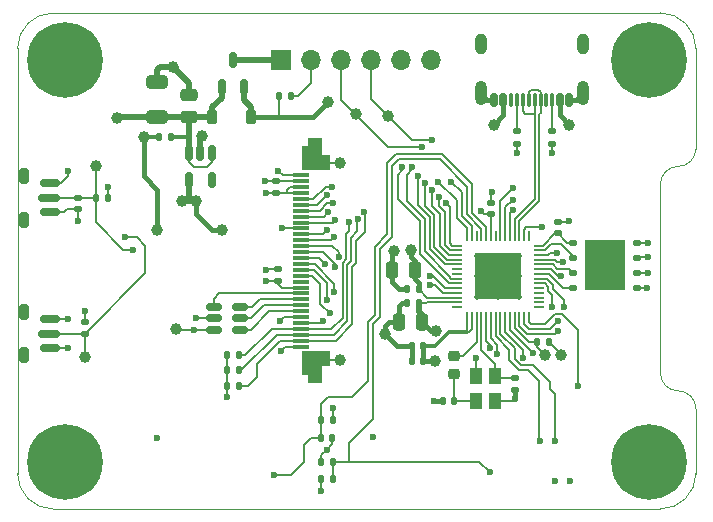
<source format=gbr>
%TF.GenerationSoftware,KiCad,Pcbnew,8.0.1-rc1*%
%TF.CreationDate,2024-04-16T22:30:49-06:00*%
%TF.ProjectId,bitaxe-ESP-OLED,62697461-7865-42d4-9553-502d4f4c4544,rev?*%
%TF.SameCoordinates,Original*%
%TF.FileFunction,Copper,L4,Bot*%
%TF.FilePolarity,Positive*%
%FSLAX46Y46*%
G04 Gerber Fmt 4.6, Leading zero omitted, Abs format (unit mm)*
G04 Created by KiCad (PCBNEW 8.0.1-rc1) date 2024-04-16 22:30:49*
%MOMM*%
%LPD*%
G01*
G04 APERTURE LIST*
G04 Aperture macros list*
%AMRoundRect*
0 Rectangle with rounded corners*
0 $1 Rounding radius*
0 $2 $3 $4 $5 $6 $7 $8 $9 X,Y pos of 4 corners*
0 Add a 4 corners polygon primitive as box body*
4,1,4,$2,$3,$4,$5,$6,$7,$8,$9,$2,$3,0*
0 Add four circle primitives for the rounded corners*
1,1,$1+$1,$2,$3*
1,1,$1+$1,$4,$5*
1,1,$1+$1,$6,$7*
1,1,$1+$1,$8,$9*
0 Add four rect primitives between the rounded corners*
20,1,$1+$1,$2,$3,$4,$5,0*
20,1,$1+$1,$4,$5,$6,$7,0*
20,1,$1+$1,$6,$7,$8,$9,0*
20,1,$1+$1,$8,$9,$2,$3,0*%
%AMFreePoly0*
4,1,21,0.978536,1.503536,0.980000,1.500000,0.980000,-0.800000,0.978536,-0.803536,0.975000,-0.805000,-0.975000,-0.805000,-0.978536,-0.803536,-0.980000,-0.800000,-0.980000,-0.305000,-1.675000,-0.305000,-1.678536,-0.303536,-1.680000,-0.300000,-1.680000,0.800000,-1.678536,0.803536,-1.675000,0.805000,-0.280000,0.805000,-0.280000,1.500000,-0.278536,1.503536,-0.275000,1.505000,0.975000,1.505000,
0.978536,1.503536,0.978536,1.503536,$1*%
%AMFreePoly1*
4,1,21,0.278536,1.503536,0.280000,1.500000,0.280000,0.805000,1.675000,0.805000,1.678536,0.803536,1.680000,0.800000,1.680000,-0.300000,1.678536,-0.303536,1.675000,-0.305000,0.980000,-0.305000,0.980000,-0.800000,0.978536,-0.803536,0.975000,-0.805000,-0.975000,-0.805000,-0.978536,-0.803536,-0.980000,-0.800000,-0.980000,1.500000,-0.978536,1.503536,-0.975000,1.505000,0.275000,1.505000,
0.278536,1.503536,0.278536,1.503536,$1*%
G04 Aperture macros list end*
%TA.AperFunction,SMDPad,CuDef*%
%ADD10C,1.000000*%
%TD*%
%TA.AperFunction,ComponentPad*%
%ADD11C,0.800000*%
%TD*%
%TA.AperFunction,ComponentPad*%
%ADD12C,6.400000*%
%TD*%
%TA.AperFunction,SMDPad,CuDef*%
%ADD13RoundRect,0.250000X0.475000X-0.250000X0.475000X0.250000X-0.475000X0.250000X-0.475000X-0.250000X0*%
%TD*%
%TA.AperFunction,SMDPad,CuDef*%
%ADD14R,1.400000X0.300000*%
%TD*%
%TA.AperFunction,SMDPad,CuDef*%
%ADD15FreePoly0,270.000000*%
%TD*%
%TA.AperFunction,SMDPad,CuDef*%
%ADD16FreePoly1,270.000000*%
%TD*%
%TA.AperFunction,SMDPad,CuDef*%
%ADD17RoundRect,0.135000X-0.185000X0.135000X-0.185000X-0.135000X0.185000X-0.135000X0.185000X0.135000X0*%
%TD*%
%TA.AperFunction,SMDPad,CuDef*%
%ADD18RoundRect,0.135000X-0.135000X-0.185000X0.135000X-0.185000X0.135000X0.185000X-0.135000X0.185000X0*%
%TD*%
%TA.AperFunction,SMDPad,CuDef*%
%ADD19RoundRect,0.250000X0.250000X0.475000X-0.250000X0.475000X-0.250000X-0.475000X0.250000X-0.475000X0*%
%TD*%
%TA.AperFunction,SMDPad,CuDef*%
%ADD20R,1.100000X1.400000*%
%TD*%
%TA.AperFunction,SMDPad,CuDef*%
%ADD21RoundRect,0.200000X0.200000X-0.450000X0.200000X0.450000X-0.200000X0.450000X-0.200000X-0.450000X0*%
%TD*%
%TA.AperFunction,SMDPad,CuDef*%
%ADD22O,1.750000X0.740000*%
%TD*%
%TA.AperFunction,SMDPad,CuDef*%
%ADD23RoundRect,0.150000X0.750000X-0.150000X0.750000X0.150000X-0.750000X0.150000X-0.750000X-0.150000X0*%
%TD*%
%TA.AperFunction,SMDPad,CuDef*%
%ADD24RoundRect,0.140000X-0.170000X0.140000X-0.170000X-0.140000X0.170000X-0.140000X0.170000X0.140000X0*%
%TD*%
%TA.AperFunction,SMDPad,CuDef*%
%ADD25RoundRect,0.140000X0.170000X-0.140000X0.170000X0.140000X-0.170000X0.140000X-0.170000X-0.140000X0*%
%TD*%
%TA.AperFunction,SMDPad,CuDef*%
%ADD26RoundRect,0.150000X-0.150000X-0.425000X0.150000X-0.425000X0.150000X0.425000X-0.150000X0.425000X0*%
%TD*%
%TA.AperFunction,SMDPad,CuDef*%
%ADD27RoundRect,0.075000X-0.075000X-0.500000X0.075000X-0.500000X0.075000X0.500000X-0.075000X0.500000X0*%
%TD*%
%TA.AperFunction,ComponentPad*%
%ADD28O,1.000000X1.800000*%
%TD*%
%TA.AperFunction,ComponentPad*%
%ADD29O,1.000000X2.100000*%
%TD*%
%TA.AperFunction,SMDPad,CuDef*%
%ADD30RoundRect,0.150000X-0.150000X0.512500X-0.150000X-0.512500X0.150000X-0.512500X0.150000X0.512500X0*%
%TD*%
%TA.AperFunction,SMDPad,CuDef*%
%ADD31RoundRect,0.135000X0.135000X0.185000X-0.135000X0.185000X-0.135000X-0.185000X0.135000X-0.185000X0*%
%TD*%
%TA.AperFunction,SMDPad,CuDef*%
%ADD32RoundRect,0.050000X-0.350000X-0.050000X0.350000X-0.050000X0.350000X0.050000X-0.350000X0.050000X0*%
%TD*%
%TA.AperFunction,SMDPad,CuDef*%
%ADD33RoundRect,0.050000X-0.050000X-0.350000X0.050000X-0.350000X0.050000X0.350000X-0.050000X0.350000X0*%
%TD*%
%TA.AperFunction,HeatsinkPad*%
%ADD34C,0.500000*%
%TD*%
%TA.AperFunction,HeatsinkPad*%
%ADD35R,4.000000X4.000000*%
%TD*%
%TA.AperFunction,SMDPad,CuDef*%
%ADD36RoundRect,0.150000X0.150000X-0.512500X0.150000X0.512500X-0.150000X0.512500X-0.150000X-0.512500X0*%
%TD*%
%TA.AperFunction,SMDPad,CuDef*%
%ADD37RoundRect,0.125000X0.250000X0.125000X-0.250000X0.125000X-0.250000X-0.125000X0.250000X-0.125000X0*%
%TD*%
%TA.AperFunction,HeatsinkPad*%
%ADD38R,3.400000X4.300000*%
%TD*%
%TA.AperFunction,SMDPad,CuDef*%
%ADD39RoundRect,0.218750X0.256250X-0.218750X0.256250X0.218750X-0.256250X0.218750X-0.256250X-0.218750X0*%
%TD*%
%TA.AperFunction,SMDPad,CuDef*%
%ADD40RoundRect,0.140000X0.140000X0.170000X-0.140000X0.170000X-0.140000X-0.170000X0.140000X-0.170000X0*%
%TD*%
%TA.AperFunction,SMDPad,CuDef*%
%ADD41RoundRect,0.225000X-0.225000X-0.375000X0.225000X-0.375000X0.225000X0.375000X-0.225000X0.375000X0*%
%TD*%
%TA.AperFunction,SMDPad,CuDef*%
%ADD42RoundRect,0.140000X-0.140000X-0.170000X0.140000X-0.170000X0.140000X0.170000X-0.140000X0.170000X0*%
%TD*%
%TA.AperFunction,SMDPad,CuDef*%
%ADD43RoundRect,0.250000X0.650000X-0.325000X0.650000X0.325000X-0.650000X0.325000X-0.650000X-0.325000X0*%
%TD*%
%TA.AperFunction,ComponentPad*%
%ADD44R,1.700000X1.700000*%
%TD*%
%TA.AperFunction,ComponentPad*%
%ADD45O,1.700000X1.700000*%
%TD*%
%TA.AperFunction,SMDPad,CuDef*%
%ADD46RoundRect,0.150000X-0.512500X-0.150000X0.512500X-0.150000X0.512500X0.150000X-0.512500X0.150000X0*%
%TD*%
%TA.AperFunction,ViaPad*%
%ADD47C,0.600000*%
%TD*%
%TA.AperFunction,ViaPad*%
%ADD48C,1.000000*%
%TD*%
%TA.AperFunction,Conductor*%
%ADD49C,0.500000*%
%TD*%
%TA.AperFunction,Conductor*%
%ADD50C,0.200000*%
%TD*%
%TA.AperFunction,Conductor*%
%ADD51C,0.400000*%
%TD*%
%TA.AperFunction,Conductor*%
%ADD52C,0.300000*%
%TD*%
%TA.AperFunction,Profile*%
%ADD53C,0.100000*%
%TD*%
G04 APERTURE END LIST*
D10*
%TO.P,TP13,1,1*%
%TO.N,/LCD_BLK*%
X142950000Y-88800000D03*
%TD*%
%TO.P,TP8,1,1*%
%TO.N,/3V3*%
X146900000Y-80400000D03*
%TD*%
%TO.P,TP11,1,1*%
%TO.N,/+5V*%
X137950000Y-70900000D03*
%TD*%
%TO.P,TP10,1,1*%
%TO.N,GND*%
X141400000Y-80350000D03*
%TD*%
%TO.P,TP9,1,1*%
%TO.N,/GPIO0*%
X135250000Y-91100000D03*
%TD*%
%TO.P,TP5,1,1*%
%TO.N,/RESET*%
X136200000Y-74950000D03*
%TD*%
%TO.P,TP2,1,1*%
%TO.N,/BAP_RX*%
X160900000Y-70700000D03*
%TD*%
%TO.P,TP1,1,1*%
%TO.N,/BAP_TX*%
X158200000Y-70600000D03*
%TD*%
D11*
%TO.P,H1,1*%
%TO.N,N/C*%
X131173000Y-66000000D03*
X131875944Y-64302944D03*
X131875944Y-67697056D03*
X133573000Y-63600000D03*
D12*
X133573000Y-66000000D03*
D11*
X133573000Y-68400000D03*
X135270056Y-64302944D03*
X135270056Y-67697056D03*
X135973000Y-66000000D03*
%TD*%
%TO.P,H3,1*%
%TO.N,N/C*%
X131173000Y-100000000D03*
X131875944Y-98302944D03*
X131875944Y-101697056D03*
X133573000Y-97600000D03*
D12*
X133573000Y-100000000D03*
D11*
X133573000Y-102400000D03*
X135270056Y-98302944D03*
X135270056Y-101697056D03*
X135973000Y-100000000D03*
%TD*%
%TO.P,H2,1*%
%TO.N,N/C*%
X180600000Y-66000000D03*
X181302944Y-64302944D03*
X181302944Y-67697056D03*
X183000000Y-63600000D03*
D12*
X183000000Y-66000000D03*
D11*
X183000000Y-68400000D03*
X184697056Y-64302944D03*
X184697056Y-67697056D03*
X185400000Y-66000000D03*
%TD*%
%TO.P,H4,1*%
%TO.N,N/C*%
X180600000Y-100000000D03*
X181302944Y-98302944D03*
X181302944Y-101697056D03*
X183000000Y-97600000D03*
D12*
X183000000Y-100000000D03*
D11*
X183000000Y-102400000D03*
X184697056Y-98302944D03*
X184697056Y-101697056D03*
X185400000Y-100000000D03*
%TD*%
D13*
%TO.P,C15,1*%
%TO.N,/+5V*%
X144050000Y-70850000D03*
%TO.P,C15,2*%
%TO.N,GND*%
X144050000Y-68950000D03*
%TD*%
D14*
%TO.P,J4,1,1*%
%TO.N,GND*%
X153600000Y-75750000D03*
%TO.P,J4,2,2*%
%TO.N,/3V3*%
X153600000Y-76250000D03*
%TO.P,J4,3,3*%
%TO.N,GND*%
X153600000Y-76750000D03*
%TO.P,J4,4,4*%
X153600000Y-77250000D03*
%TO.P,J4,5,5*%
%TO.N,/LCD_RES*%
X153600000Y-77750000D03*
%TO.P,J4,6,6*%
%TO.N,/LCD_CS*%
X153600000Y-78250000D03*
%TO.P,J4,7,7*%
%TO.N,/LCD_DC*%
X153600000Y-78750000D03*
%TO.P,J4,8,8*%
%TO.N,/LCD_WR*%
X153600000Y-79250000D03*
%TO.P,J4,9,9*%
%TO.N,/LCD_RD*%
X153600000Y-79750000D03*
%TO.P,J4,10,10*%
%TO.N,GND*%
X153600000Y-80250000D03*
%TO.P,J4,11,11*%
%TO.N,/LCD_D0*%
X153600000Y-80750000D03*
%TO.P,J4,12,12*%
%TO.N,/LCD_D1*%
X153600000Y-81250000D03*
%TO.P,J4,13,13*%
%TO.N,/LCD_D2*%
X153600000Y-81750000D03*
%TO.P,J4,14,14*%
%TO.N,/LCD_D3*%
X153600000Y-82250000D03*
%TO.P,J4,15,15*%
%TO.N,/LCD_D4*%
X153600000Y-82750000D03*
%TO.P,J4,16,16*%
%TO.N,/LCD_D5*%
X153600000Y-83250000D03*
%TO.P,J4,17,17*%
%TO.N,/LCD_D6*%
X153600000Y-83750000D03*
%TO.P,J4,18,18*%
%TO.N,/LCD_D7*%
X153600000Y-84250000D03*
%TO.P,J4,19,19*%
%TO.N,unconnected-(J4-Pad19)*%
X153600000Y-84750000D03*
%TO.P,J4,20,20*%
%TO.N,/3V3*%
X153600000Y-85250000D03*
%TO.P,J4,21,21*%
%TO.N,/LEDK4*%
X153600000Y-85750000D03*
%TO.P,J4,22,22*%
%TO.N,/LEDK3*%
X153600000Y-86250000D03*
%TO.P,J4,23,23*%
%TO.N,/LEDK2*%
X153600000Y-86750000D03*
%TO.P,J4,24,24*%
%TO.N,/LEDK1*%
X153600000Y-87250000D03*
%TO.P,J4,25,25*%
%TO.N,GND*%
X153600000Y-87750000D03*
%TO.P,J4,26,26*%
%TO.N,/TP_RESET*%
X153600000Y-88250000D03*
%TO.P,J4,27,27*%
%TO.N,/I2C_SCL*%
X153600000Y-88750000D03*
%TO.P,J4,28,28*%
%TO.N,/I2C_SCK*%
X153600000Y-89250000D03*
%TO.P,J4,29,29*%
%TO.N,/TP_INT*%
X153600000Y-89750000D03*
%TO.P,J4,30,30*%
%TO.N,GND*%
X153600000Y-90250000D03*
D15*
%TO.P,J4,SH1,Shield*%
X154500000Y-74325000D03*
D16*
%TO.P,J4,SH2,Shield*%
X154500000Y-91675000D03*
%TD*%
D17*
%TO.P,R6,1*%
%TO.N,Net-(J2-CC2)*%
X174850000Y-72040000D03*
%TO.P,R6,2*%
%TO.N,GND*%
X174850000Y-73060000D03*
%TD*%
%TO.P,R5,1*%
%TO.N,Net-(J2-CC1)*%
X171850000Y-72040000D03*
%TO.P,R5,2*%
%TO.N,GND*%
X171850000Y-73060000D03*
%TD*%
D18*
%TO.P,R10,1*%
%TO.N,/3V3*%
X147290000Y-93550000D03*
%TO.P,R10,2*%
%TO.N,/TP_INT*%
X148310000Y-93550000D03*
%TD*%
D19*
%TO.P,C4,1*%
%TO.N,/3V3*%
X163800000Y-88200000D03*
%TO.P,C4,2*%
%TO.N,GND*%
X161900000Y-88200000D03*
%TD*%
D20*
%TO.P,Y1,1,1*%
%TO.N,/XTAL_N*%
X170000000Y-92700000D03*
%TO.P,Y1,2,2*%
%TO.N,GND*%
X170000000Y-94900000D03*
%TO.P,Y1,3,3*%
%TO.N,Net-(C8-Pad2)*%
X168400000Y-94900000D03*
%TO.P,Y1,4,4*%
%TO.N,GND*%
X168400000Y-92700000D03*
%TD*%
D21*
%TO.P,SW3,*%
%TO.N,*%
X130150000Y-91000000D03*
X130150000Y-87300000D03*
D22*
%TO.P,SW3,1*%
%TO.N,GND*%
X132350000Y-90380000D03*
X132350000Y-87920000D03*
D23*
%TO.P,SW3,2*%
%TO.N,/GPIO0*%
X132250000Y-89150000D03*
%TD*%
D24*
%TO.P,C1,1*%
%TO.N,/RESET*%
X134700000Y-77670000D03*
%TO.P,C1,2*%
%TO.N,GND*%
X134700000Y-78630000D03*
%TD*%
D25*
%TO.P,C7,1*%
%TO.N,GND*%
X171650000Y-93900000D03*
%TO.P,C7,2*%
%TO.N,/XTAL_N*%
X171650000Y-92940000D03*
%TD*%
D26*
%TO.P,J2,A1,GND*%
%TO.N,GND*%
X169900000Y-69380000D03*
%TO.P,J2,A4,VBUS*%
%TO.N,/VBUS*%
X170700000Y-69380000D03*
D27*
%TO.P,J2,A5,CC1*%
%TO.N,Net-(J2-CC1)*%
X171850000Y-69380000D03*
%TO.P,J2,A6,D+*%
%TO.N,/USB_DP*%
X172850000Y-69380000D03*
%TO.P,J2,A7,D-*%
%TO.N,/USB_DM*%
X173350000Y-69380000D03*
%TO.P,J2,A8,SBU1*%
%TO.N,unconnected-(J2-SBU1-PadA8)*%
X174350000Y-69380000D03*
D26*
%TO.P,J2,A9,VBUS*%
%TO.N,/VBUS*%
X175500000Y-69380000D03*
%TO.P,J2,A12,GND*%
%TO.N,GND*%
X176300000Y-69380000D03*
%TO.P,J2,B1,GND*%
X176300000Y-69380000D03*
%TO.P,J2,B4,VBUS*%
%TO.N,/VBUS*%
X175500000Y-69380000D03*
D27*
%TO.P,J2,B5,CC2*%
%TO.N,Net-(J2-CC2)*%
X174850000Y-69380000D03*
%TO.P,J2,B6,D+*%
%TO.N,/USB_DP*%
X173850000Y-69380000D03*
%TO.P,J2,B7,D-*%
%TO.N,/USB_DM*%
X172350000Y-69380000D03*
%TO.P,J2,B8,SBU2*%
%TO.N,unconnected-(J2-SBU2-PadB8)*%
X171350000Y-69380000D03*
D26*
%TO.P,J2,B9,VBUS*%
%TO.N,/VBUS*%
X170700000Y-69380000D03*
%TO.P,J2,B12,GND*%
%TO.N,GND*%
X169900000Y-69380000D03*
D28*
%TO.P,J2,S1,SHIELD*%
X168780000Y-64625000D03*
D29*
X168780000Y-68805000D03*
D28*
X177420000Y-64625000D03*
D29*
X177420000Y-68805000D03*
%TD*%
D30*
%TO.P,U1,1,VIN*%
%TO.N,/+5V*%
X144100000Y-73862500D03*
%TO.P,U1,2,GND*%
%TO.N,GND*%
X145050000Y-73862500D03*
%TO.P,U1,3,EN*%
%TO.N,/+5V*%
X146000000Y-73862500D03*
%TO.P,U1,4,NC*%
%TO.N,unconnected-(U1-NC-Pad4)*%
X146000000Y-76137500D03*
%TO.P,U1,5,VOUT*%
%TO.N,/3V3*%
X144100000Y-76137500D03*
%TD*%
D31*
%TO.P,R1,1*%
%TO.N,/3V3*%
X137210000Y-77650000D03*
%TO.P,R1,2*%
%TO.N,/RESET*%
X136190000Y-77650000D03*
%TD*%
D32*
%TO.P,U2,1,LNA_IN*%
%TO.N,unconnected-(U2-LNA_IN-Pad1)*%
X166800000Y-86900000D03*
%TO.P,U2,2,VDD3P3*%
%TO.N,/3V3*%
X166800000Y-86500000D03*
%TO.P,U2,3,VDD3P3*%
X166800000Y-86100000D03*
%TO.P,U2,4,CHIP_PU*%
%TO.N,/RESET*%
X166800000Y-85700000D03*
%TO.P,U2,5,GPIO0*%
%TO.N,/GPIO0*%
X166800000Y-85300000D03*
%TO.P,U2,6,GPIO1*%
%TO.N,/GPIO1*%
X166800000Y-84900000D03*
%TO.P,U2,7,GPIO2*%
%TO.N,/GPIO2*%
X166800000Y-84500000D03*
%TO.P,U2,8,GPIO3*%
%TO.N,unconnected-(U2-GPIO3-Pad8)*%
X166800000Y-84100000D03*
%TO.P,U2,9,GPIO4*%
%TO.N,unconnected-(U2-GPIO4-Pad9)*%
X166800000Y-83700000D03*
%TO.P,U2,10,GPIO5*%
%TO.N,/LCD_RES*%
X166800000Y-83300000D03*
%TO.P,U2,11,GPIO6*%
%TO.N,/LCD_CS*%
X166800000Y-82900000D03*
%TO.P,U2,12,GPIO7*%
%TO.N,/LCD_DC*%
X166800000Y-82500000D03*
%TO.P,U2,13,GPIO8*%
%TO.N,/LCD_WR*%
X166800000Y-82100000D03*
%TO.P,U2,14,GPIO9*%
%TO.N,/LCD_RD*%
X166800000Y-81700000D03*
D33*
%TO.P,U2,15,GPIO10*%
%TO.N,/BAP_TX*%
X167650000Y-80850000D03*
%TO.P,U2,16,GPIO11*%
%TO.N,/BAP_RX*%
X168050000Y-80850000D03*
%TO.P,U2,17,GPIO12*%
%TO.N,unconnected-(U2-GPIO12-Pad17)*%
X168450000Y-80850000D03*
%TO.P,U2,18,GPIO13*%
%TO.N,/UI2*%
X168850000Y-80850000D03*
%TO.P,U2,19,GPIO14*%
%TO.N,/UI1*%
X169250000Y-80850000D03*
%TO.P,U2,20,VDD3P3*%
%TO.N,/3V3*%
X169650000Y-80850000D03*
%TO.P,U2,21,XTAL_32K_P*%
%TO.N,/LCD_EN*%
X170050000Y-80850000D03*
%TO.P,U2,22,XTAL_32K_N*%
%TO.N,/TP_INT*%
X170450000Y-80850000D03*
%TO.P,U2,23,GPIO17*%
%TO.N,/I2C_SCK*%
X170850000Y-80850000D03*
%TO.P,U2,24,GPIO18*%
%TO.N,/I2C_SCL*%
X171250000Y-80850000D03*
%TO.P,U2,25,GPIO19/USB_DM*%
%TO.N,/USB_DM*%
X171650000Y-80850000D03*
%TO.P,U2,26,GPIO20/USB_DP*%
%TO.N,/USB_DP*%
X172050000Y-80850000D03*
%TO.P,U2,27,GPIO21*%
%TO.N,/TP_RESET*%
X172450000Y-80850000D03*
%TO.P,U2,28,SPICS1*%
%TO.N,unconnected-(U2-SPICS1-Pad28)*%
X172850000Y-80850000D03*
D32*
%TO.P,U2,29,VDD_SPI*%
%TO.N,/VDD_SPI*%
X173700000Y-81700000D03*
%TO.P,U2,30,SPIHD*%
%TO.N,/SPI_HD*%
X173700000Y-82100000D03*
%TO.P,U2,31,SPIWP*%
%TO.N,/SPI_WP*%
X173700000Y-82500000D03*
%TO.P,U2,32,SPICS0*%
%TO.N,/SPI_CS*%
X173700000Y-82900000D03*
%TO.P,U2,33,SPICLK*%
%TO.N,/SPI_CLK*%
X173700000Y-83300000D03*
%TO.P,U2,34,SPIQ*%
%TO.N,/SPI_Q*%
X173700000Y-83700000D03*
%TO.P,U2,35,SPID*%
%TO.N,/SPI_D*%
X173700000Y-84100000D03*
%TO.P,U2,36,SPICLK_N*%
%TO.N,/LCD_D7*%
X173700000Y-84500000D03*
%TO.P,U2,37,SPILCK_P*%
%TO.N,/LCD_D6*%
X173700000Y-84900000D03*
%TO.P,U2,38,GPIO33*%
%TO.N,unconnected-(U2-GPIO33-Pad38)*%
X173700000Y-85300000D03*
%TO.P,U2,39,GPIO34*%
%TO.N,unconnected-(U2-GPIO34-Pad39)*%
X173700000Y-85700000D03*
%TO.P,U2,40,GPIO35*%
%TO.N,unconnected-(U2-GPIO35-Pad40)*%
X173700000Y-86100000D03*
%TO.P,U2,41,GPIO36*%
%TO.N,unconnected-(U2-GPIO36-Pad41)*%
X173700000Y-86500000D03*
%TO.P,U2,42,GPIO37*%
%TO.N,unconnected-(U2-GPIO37-Pad42)*%
X173700000Y-86900000D03*
D33*
%TO.P,U2,43,GPIO38*%
%TO.N,/LCD_BLK*%
X172850000Y-87750000D03*
%TO.P,U2,44,MTLK*%
%TO.N,/LCD_D0*%
X172450000Y-87750000D03*
%TO.P,U2,45,MTDO*%
%TO.N,/LCD_D1*%
X172050000Y-87750000D03*
%TO.P,U2,46,VDD3P3_CPU*%
%TO.N,/3V3*%
X171650000Y-87750000D03*
%TO.P,U2,47,MTDI*%
%TO.N,/LCD_D2*%
X171250000Y-87750000D03*
%TO.P,U2,48,MTMS*%
%TO.N,/LCD_D3*%
X170850000Y-87750000D03*
%TO.P,U2,49,GPIO43/U0TXD*%
%TO.N,/P_TX*%
X170450000Y-87750000D03*
%TO.P,U2,50,GPIO44/U0RXD*%
%TO.N,/P_RX*%
X170050000Y-87750000D03*
%TO.P,U2,51,GPIO45*%
%TO.N,/LCD_D4*%
X169650000Y-87750000D03*
%TO.P,U2,52,GPIO46*%
%TO.N,/LCD_D5*%
X169250000Y-87750000D03*
%TO.P,U2,53,XTAL_N*%
%TO.N,/XTAL_N*%
X168850000Y-87750000D03*
%TO.P,U2,54,XTAL_P*%
%TO.N,/XTAL_P*%
X168450000Y-87750000D03*
%TO.P,U2,55,VDDA*%
%TO.N,/3V3*%
X168050000Y-87750000D03*
%TO.P,U2,56,VDDA*%
X167650000Y-87750000D03*
D34*
%TO.P,U2,57,PAD*%
%TO.N,GND*%
X168500000Y-82550000D03*
X168500000Y-84300000D03*
X168500000Y-86050000D03*
X170250000Y-82550000D03*
X170250000Y-84300000D03*
D35*
X170250000Y-84300000D03*
D34*
X170250000Y-86050000D03*
X172000000Y-82550000D03*
X172000000Y-84300000D03*
X172000000Y-86050000D03*
%TD*%
D36*
%TO.P,Q1,1,G*%
%TO.N,/VBUS*%
X148750000Y-68287500D03*
%TO.P,Q1,2,S*%
%TO.N,/+5V*%
X146850000Y-68287500D03*
%TO.P,Q1,3,D*%
%TO.N,/5V_BAP*%
X147800000Y-66012500D03*
%TD*%
D19*
%TO.P,C9,1*%
%TO.N,/3V3*%
X163200000Y-83800000D03*
%TO.P,C9,2*%
%TO.N,GND*%
X161300000Y-83800000D03*
%TD*%
D18*
%TO.P,R9,1*%
%TO.N,/3V3*%
X147290000Y-92250000D03*
%TO.P,R9,2*%
%TO.N,/I2C_SCK*%
X148310000Y-92250000D03*
%TD*%
D24*
%TO.P,C18,1*%
%TO.N,GND*%
X151650000Y-83720000D03*
%TO.P,C18,2*%
%TO.N,/3V3*%
X151650000Y-84680000D03*
%TD*%
D37*
%TO.P,U4,1,CS_N*%
%TO.N,/SPI_CS*%
X182000000Y-81450000D03*
%TO.P,U4,2,DO*%
%TO.N,/SPI_Q*%
X182000000Y-82720000D03*
%TO.P,U4,3,WP_N*%
%TO.N,/SPI_WP*%
X182000000Y-83990000D03*
%TO.P,U4,4,GND*%
%TO.N,GND*%
X182000000Y-85260000D03*
%TO.P,U4,5,DI*%
%TO.N,/SPI_D*%
X176600000Y-85260000D03*
%TO.P,U4,6,CLK*%
%TO.N,/SPI_CLK*%
X176600000Y-83990000D03*
%TO.P,U4,7,HOLD*%
%TO.N,/SPI_HD*%
X176600000Y-82720000D03*
%TO.P,U4,8,VCC*%
%TO.N,/VDD_SPI*%
X176600000Y-81450000D03*
D38*
%TO.P,U4,9*%
%TO.N,N/C*%
X179300000Y-83355000D03*
%TD*%
D18*
%TO.P,R4,1*%
%TO.N,/3V3*%
X155240000Y-101450000D03*
%TO.P,R4,2*%
%TO.N,/UI2*%
X156260000Y-101450000D03*
%TD*%
D39*
%TO.P,L1,1,1*%
%TO.N,Net-(C8-Pad2)*%
X166550000Y-92587500D03*
%TO.P,L1,2,2*%
%TO.N,/XTAL_P*%
X166550000Y-91012500D03*
%TD*%
D25*
%TO.P,C6,1*%
%TO.N,/3V3*%
X169650000Y-79030000D03*
%TO.P,C6,2*%
%TO.N,GND*%
X169650000Y-78070000D03*
%TD*%
D17*
%TO.P,R3,1*%
%TO.N,/3V3*%
X135250000Y-88140000D03*
%TO.P,R3,2*%
%TO.N,/GPIO0*%
X135250000Y-89160000D03*
%TD*%
D40*
%TO.P,C16,1*%
%TO.N,/+5V*%
X142530000Y-72500000D03*
%TO.P,C16,2*%
%TO.N,GND*%
X141570000Y-72500000D03*
%TD*%
D41*
%TO.P,D1,1,K*%
%TO.N,/+5V*%
X146050000Y-70850000D03*
%TO.P,D1,2,A*%
%TO.N,/VBUS*%
X149350000Y-70850000D03*
%TD*%
D40*
%TO.P,C13,1*%
%TO.N,/3V3*%
X163930000Y-91450000D03*
%TO.P,C13,2*%
%TO.N,GND*%
X162970000Y-91450000D03*
%TD*%
%TO.P,C11,1*%
%TO.N,/3V3*%
X163930000Y-90200000D03*
%TO.P,C11,2*%
%TO.N,GND*%
X162970000Y-90200000D03*
%TD*%
%TO.P,C5,1*%
%TO.N,/3V3*%
X163530000Y-86550000D03*
%TO.P,C5,2*%
%TO.N,GND*%
X162570000Y-86550000D03*
%TD*%
%TO.P,C10,1*%
%TO.N,GND*%
X174530000Y-89850000D03*
%TO.P,C10,2*%
%TO.N,/3V3*%
X173570000Y-89850000D03*
%TD*%
D31*
%TO.P,R2,1*%
%TO.N,/3V3*%
X156260000Y-96500000D03*
%TO.P,R2,2*%
%TO.N,/UI1*%
X155240000Y-96500000D03*
%TD*%
D42*
%TO.P,C2,1*%
%TO.N,/UI1*%
X155250000Y-98000000D03*
%TO.P,C2,2*%
%TO.N,GND*%
X156210000Y-98000000D03*
%TD*%
%TO.P,C8,1*%
%TO.N,GND*%
X165570000Y-94900000D03*
%TO.P,C8,2*%
%TO.N,Net-(C8-Pad2)*%
X166530000Y-94900000D03*
%TD*%
D18*
%TO.P,R7,1*%
%TO.N,/VBUS*%
X151690000Y-69050000D03*
%TO.P,R7,2*%
%TO.N,GND*%
X152710000Y-69050000D03*
%TD*%
D40*
%TO.P,C3,1*%
%TO.N,/UI2*%
X156250000Y-100000000D03*
%TO.P,C3,2*%
%TO.N,GND*%
X155290000Y-100000000D03*
%TD*%
D21*
%TO.P,SW1,*%
%TO.N,*%
X130100000Y-79500000D03*
X130100000Y-75800000D03*
D22*
%TO.P,SW1,1*%
%TO.N,GND*%
X132300000Y-78880000D03*
X132300000Y-76420000D03*
D23*
%TO.P,SW1,2*%
%TO.N,/RESET*%
X132200000Y-77650000D03*
%TD*%
D43*
%TO.P,C14,1*%
%TO.N,/+5V*%
X141350000Y-70825000D03*
%TO.P,C14,2*%
%TO.N,GND*%
X141350000Y-67875000D03*
%TD*%
D40*
%TO.P,C12,1*%
%TO.N,/3V3*%
X163530000Y-85400000D03*
%TO.P,C12,2*%
%TO.N,GND*%
X162570000Y-85400000D03*
%TD*%
D44*
%TO.P,J1,1,Pin_1*%
%TO.N,/5V_BAP*%
X151900000Y-66000000D03*
D45*
%TO.P,J1,2,Pin_2*%
%TO.N,GND*%
X154440000Y-66000000D03*
%TO.P,J1,3,Pin_3*%
%TO.N,/BAP_TX*%
X156980000Y-66000000D03*
%TO.P,J1,4,Pin_4*%
%TO.N,/BAP_RX*%
X159520000Y-66000000D03*
%TO.P,J1,5,Pin_5*%
%TO.N,/GPIO1*%
X162060000Y-66000000D03*
%TO.P,J1,6,Pin_6*%
%TO.N,/GPIO2*%
X164600000Y-66000000D03*
%TD*%
D18*
%TO.P,R8,1*%
%TO.N,/3V3*%
X147290000Y-91000000D03*
%TO.P,R8,2*%
%TO.N,/I2C_SCL*%
X148310000Y-91000000D03*
%TD*%
D24*
%TO.P,C17,1*%
%TO.N,/3V3*%
X151450000Y-76270000D03*
%TO.P,C17,2*%
%TO.N,GND*%
X151450000Y-77230000D03*
%TD*%
D25*
%TO.P,C19,1*%
%TO.N,/VDD_SPI*%
X175300000Y-80630000D03*
%TO.P,C19,2*%
%TO.N,GND*%
X175300000Y-79670000D03*
%TD*%
D46*
%TO.P,U3,1,EN*%
%TO.N,/LCD_BLK*%
X146162500Y-88812500D03*
%TO.P,U3,2,GND*%
%TO.N,GND*%
X146162500Y-87862500D03*
%TO.P,U3,3,LED4*%
%TO.N,/LEDK4*%
X146162500Y-86912500D03*
%TO.P,U3,4,LED3*%
%TO.N,/LEDK3*%
X148437500Y-86912500D03*
%TO.P,U3,5,LED2*%
%TO.N,/LEDK2*%
X148437500Y-87862500D03*
%TO.P,U3,6,LED1*%
%TO.N,/LEDK1*%
X148437500Y-88812500D03*
%TD*%
D47*
%TO.N,/LCD_BLK*%
X144550000Y-88850000D03*
X177000000Y-93600000D03*
%TO.N,/TP_RESET*%
X174000000Y-80150000D03*
%TO.N,/BAP_RX*%
X164650000Y-72750000D03*
%TO.N,/BAP_TX*%
X163800000Y-73350000D03*
X165200000Y-76300000D03*
%TO.N,/BAP_RX*%
X166300000Y-76300000D03*
%TO.N,/P_RX*%
X173800000Y-98250000D03*
%TO.N,/P_TX*%
X175100000Y-98250000D03*
%TO.N,/3V3*%
X176350000Y-101600000D03*
%TO.N,GND*%
X175100000Y-101600000D03*
X134700000Y-79600000D03*
X150600000Y-77250000D03*
X164815000Y-94900000D03*
D48*
X145200000Y-72400000D03*
D47*
X169700000Y-77200000D03*
X151800000Y-88050000D03*
X155750000Y-99000000D03*
X171650000Y-94670000D03*
X159650000Y-97900000D03*
X141400000Y-97950000D03*
D48*
X140250000Y-72500000D03*
X142700000Y-66550000D03*
D47*
X133800000Y-75350000D03*
X174850000Y-73900000D03*
X171850000Y-73900000D03*
X151950000Y-80250000D03*
X182900000Y-85250000D03*
X144650000Y-87850000D03*
D48*
X156850000Y-74700000D03*
D47*
X176250000Y-79650000D03*
X168400000Y-91200000D03*
X133800000Y-90350000D03*
X151650000Y-75350000D03*
D48*
X175550000Y-90950000D03*
X160700000Y-89200000D03*
D47*
X133800000Y-87900000D03*
D48*
X156850000Y-91350000D03*
D47*
X150600000Y-83750000D03*
D48*
X161450000Y-82150000D03*
D47*
X151900000Y-90600000D03*
D48*
%TO.N,/VBUS*%
X176300000Y-71450000D03*
X169900000Y-71450000D03*
X155850000Y-69550000D03*
D47*
%TO.N,/RESET*%
X164500000Y-85050000D03*
X139350000Y-82050000D03*
%TO.N,/UI1*%
X151250000Y-101150000D03*
%TO.N,/UI2*%
X169600000Y-100900000D03*
%TO.N,/3V3*%
X137200000Y-76700000D03*
X155220000Y-102500000D03*
D48*
X162850000Y-82100000D03*
X174250000Y-91000000D03*
X165005971Y-88950000D03*
D47*
X150600000Y-84700000D03*
D48*
X144650000Y-77900000D03*
D47*
X150550000Y-76250000D03*
X156250000Y-95450000D03*
D48*
X143500000Y-77900000D03*
D47*
X135250000Y-87200000D03*
D48*
X164900000Y-91450000D03*
D47*
X147300000Y-94550000D03*
X168800000Y-78800000D03*
%TO.N,/GPIO0*%
X164500000Y-84250000D03*
X138700000Y-81000000D03*
%TO.N,/I2C_SCL*%
X157600000Y-79699997D03*
X171500000Y-78700000D03*
%TO.N,/I2C_SCK*%
X158369222Y-79480223D03*
X171500000Y-77800000D03*
%TO.N,/TP_INT*%
X158900811Y-78882380D03*
X171500000Y-76850000D03*
%TO.N,/SPI_CS*%
X175739951Y-83075735D03*
X182950000Y-81450000D03*
%TO.N,/SPI_Q*%
X182950000Y-82700000D03*
X175574265Y-84275735D03*
%TO.N,/SPI_WP*%
X175284597Y-82349023D03*
X182950000Y-84000000D03*
%TO.N,/LCD_D5*%
X169591469Y-90346804D03*
X156400000Y-85600000D03*
%TO.N,/LCD_WR*%
X165250000Y-77550000D03*
X155874265Y-78874265D03*
%TO.N,/LCD_D2*%
X156750000Y-82650000D03*
X173217157Y-90832843D03*
%TO.N,/LCD_D3*%
X156450000Y-83550000D03*
X172400000Y-91200000D03*
%TO.N,/LCD_D4*%
X170191469Y-90906468D03*
X155607108Y-83292892D03*
%TO.N,/LCD_CS*%
X164050000Y-76400000D03*
X155750000Y-77450000D03*
%TO.N,/LCD_D0*%
X155800000Y-80350000D03*
X175299264Y-88099264D03*
%TO.N,/LCD_D6*%
X174838815Y-86937935D03*
X155800000Y-86300000D03*
%TO.N,/TP_RESET*%
X155450000Y-88050000D03*
%TO.N,/LCD_DC*%
X156250000Y-78100000D03*
X164650000Y-77000000D03*
%TO.N,/LCD_RD*%
X156450000Y-79550000D03*
X165825078Y-78115687D03*
%TO.N,/LCD_D1*%
X175323529Y-88923529D03*
X156400000Y-81000000D03*
%TO.N,/LCD_D7*%
X155988140Y-87450000D03*
X175850000Y-86900000D03*
%TO.N,/LCD_RES*%
X163450000Y-75800000D03*
X156200000Y-76700000D03*
%TO.N,/GPIO2*%
X163000000Y-75050000D03*
%TO.N,/GPIO1*%
X162150000Y-75050000D03*
%TD*%
D49*
%TO.N,GND*%
X142700000Y-66550000D02*
X144050000Y-67900000D01*
X142700000Y-66550000D02*
X141650000Y-66550000D01*
X144050000Y-67900000D02*
X144050000Y-68950000D01*
X141350000Y-66850000D02*
X141350000Y-67875000D01*
X141650000Y-66550000D02*
X141350000Y-66850000D01*
D50*
%TO.N,/BAP_RX*%
X162950000Y-72750000D02*
X159520000Y-69320000D01*
X164650000Y-72750000D02*
X162950000Y-72750000D01*
X159520000Y-69320000D02*
X159520000Y-66000000D01*
%TO.N,/BAP_TX*%
X156980000Y-69380000D02*
X156980000Y-66000000D01*
X160950000Y-73350000D02*
X156980000Y-69380000D01*
X163800000Y-73350000D02*
X160950000Y-73350000D01*
%TO.N,/RESET*%
X136190000Y-79740000D02*
X136190000Y-77650000D01*
X138500000Y-82050000D02*
X136190000Y-79740000D01*
X139350000Y-82050000D02*
X138500000Y-82050000D01*
%TO.N,/GPIO0*%
X139650000Y-81000000D02*
X140350000Y-81700000D01*
X140350000Y-84060000D02*
X135250000Y-89160000D01*
X138700000Y-81000000D02*
X139650000Y-81000000D01*
X140350000Y-81700000D02*
X140350000Y-84060000D01*
D49*
%TO.N,/+5V*%
X141350000Y-70825000D02*
X138025000Y-70825000D01*
X138025000Y-70825000D02*
X137950000Y-70900000D01*
D51*
%TO.N,GND*%
X140250000Y-75850000D02*
X140250000Y-72500000D01*
X141400000Y-77000000D02*
X140250000Y-75850000D01*
X141400000Y-80350000D02*
X141400000Y-77000000D01*
%TO.N,/3V3*%
X146900000Y-80400000D02*
X146050000Y-80400000D01*
X146050000Y-80400000D02*
X144650000Y-79000000D01*
X144650000Y-79000000D02*
X144650000Y-77900000D01*
D50*
%TO.N,/LCD_BLK*%
X172850000Y-88150000D02*
X172850000Y-87750000D01*
X175050736Y-87499264D02*
X174200000Y-88350000D01*
X173050000Y-88350000D02*
X172850000Y-88150000D01*
X175649264Y-87499264D02*
X175050736Y-87499264D01*
X174200000Y-88350000D02*
X173050000Y-88350000D01*
X177000000Y-88850000D02*
X175649264Y-87499264D01*
X177000000Y-93600000D02*
X177000000Y-88850000D01*
%TO.N,/TP_RESET*%
X172450000Y-80353640D02*
X172450000Y-80850000D01*
X172653640Y-80150000D02*
X172450000Y-80353640D01*
X174000000Y-80150000D02*
X172653640Y-80150000D01*
%TO.N,/LCD_D7*%
X174362046Y-84500000D02*
X173700000Y-84500000D01*
X174900000Y-85384314D02*
X174900000Y-85037954D01*
X174900000Y-85037954D02*
X174362046Y-84500000D01*
X175850000Y-86334314D02*
X174900000Y-85384314D01*
X175850000Y-86900000D02*
X175850000Y-86334314D01*
%TO.N,/LCD_D6*%
X174196360Y-84900000D02*
X173700000Y-84900000D01*
X174500000Y-85203640D02*
X174196360Y-84900000D01*
X174500000Y-85549999D02*
X174500000Y-85203640D01*
X174838815Y-85888814D02*
X174500000Y-85549999D01*
X174838815Y-86937935D02*
X174838815Y-85888814D01*
%TO.N,/USB_DP*%
X173850000Y-70447410D02*
X173850000Y-69380000D01*
X173750000Y-77915686D02*
X173750000Y-70547410D01*
X173750000Y-70547410D02*
X173850000Y-70447410D01*
X172050000Y-80850000D02*
X172050000Y-79615686D01*
X172050000Y-79615686D02*
X173750000Y-77915686D01*
%TO.N,/USB_DM*%
X173350000Y-77750000D02*
X173350000Y-69380000D01*
X171650000Y-79450000D02*
X173350000Y-77750000D01*
X171650000Y-80850000D02*
X171650000Y-79450000D01*
%TO.N,/I2C_SCL*%
X171500000Y-78700000D02*
X171250000Y-78950000D01*
X171250000Y-78950000D02*
X171250000Y-80850000D01*
%TO.N,/I2C_SCK*%
X170850000Y-78450000D02*
X170850000Y-80850000D01*
X171500000Y-77800000D02*
X170850000Y-78450000D01*
%TO.N,/TP_INT*%
X171500000Y-76850000D02*
X170450000Y-77900000D01*
X170450000Y-77900000D02*
X170450000Y-80850000D01*
%TO.N,/LCD_BLK*%
X142962500Y-88812500D02*
X142950000Y-88800000D01*
X146162500Y-88812500D02*
X142962500Y-88812500D01*
%TO.N,/GPIO0*%
X135250000Y-89160000D02*
X135250000Y-91100000D01*
%TO.N,/RESET*%
X136200000Y-77450000D02*
X136200000Y-74950000D01*
X136190000Y-77460000D02*
X136200000Y-77450000D01*
X136190000Y-77650000D02*
X136190000Y-77460000D01*
%TO.N,/P_TX*%
X175100000Y-94300000D02*
X175100000Y-98250000D01*
X174650000Y-93850000D02*
X175100000Y-94300000D01*
X174650000Y-93250000D02*
X174650000Y-93850000D01*
X173250000Y-91850000D02*
X174650000Y-93250000D01*
X171651471Y-91300000D02*
X172201471Y-91850000D01*
X172201471Y-91850000D02*
X173250000Y-91850000D01*
X170450000Y-89147058D02*
X171651471Y-90348529D01*
X171651471Y-90348529D02*
X171651471Y-91300000D01*
X170450000Y-87750000D02*
X170450000Y-89147058D01*
%TO.N,/BAP_TX*%
X167650000Y-80250000D02*
X167650000Y-80850000D01*
X166750000Y-77850000D02*
X166750000Y-79350000D01*
X165200000Y-76300000D02*
X166750000Y-77850000D01*
X166750000Y-79350000D02*
X167650000Y-80250000D01*
%TO.N,/BAP_RX*%
X167200000Y-79200000D02*
X167200000Y-77200000D01*
X167200000Y-77200000D02*
X166300000Y-76300000D01*
X168050000Y-80050000D02*
X167200000Y-79200000D01*
X168050000Y-80850000D02*
X168050000Y-80050000D01*
%TO.N,/UI2*%
X168850000Y-80265686D02*
X168850000Y-80850000D01*
X167650000Y-79065686D02*
X168850000Y-80265686D01*
X167650000Y-76700000D02*
X167650000Y-79065686D01*
X165300000Y-74350000D02*
X167650000Y-76700000D01*
X161850000Y-74350000D02*
X165300000Y-74350000D01*
X161250000Y-74950000D02*
X161850000Y-74350000D01*
X161250000Y-81000000D02*
X161250000Y-74950000D01*
X160250000Y-82000000D02*
X161250000Y-81000000D01*
X160250000Y-87750000D02*
X160250000Y-82000000D01*
X159650000Y-96400000D02*
X159650000Y-88350000D01*
X159650000Y-88350000D02*
X160250000Y-87750000D01*
X157600000Y-98450000D02*
X159650000Y-96400000D01*
X157600000Y-100000000D02*
X157600000Y-98450000D01*
%TO.N,/UI1*%
X155240000Y-95110000D02*
X155240000Y-96500000D01*
X155850000Y-94500000D02*
X155240000Y-95110000D01*
X157900000Y-94500000D02*
X155850000Y-94500000D01*
X159250000Y-93150000D02*
X157900000Y-94500000D01*
X159250000Y-88150000D02*
X159250000Y-93150000D01*
X159800000Y-87600000D02*
X159250000Y-88150000D01*
X159800000Y-81800000D02*
X159800000Y-87600000D01*
X160850000Y-80750000D02*
X159800000Y-81800000D01*
X165500000Y-73950000D02*
X161650000Y-73950000D01*
X160850000Y-74750000D02*
X160850000Y-80750000D01*
X168050000Y-76500000D02*
X165500000Y-73950000D01*
X168050000Y-78900000D02*
X168050000Y-76500000D01*
X169250000Y-80100000D02*
X168050000Y-78900000D01*
X161650000Y-73950000D02*
X160850000Y-74750000D01*
X169250000Y-80850000D02*
X169250000Y-80100000D01*
%TO.N,/P_RX*%
X173750000Y-93200000D02*
X173750000Y-98200000D01*
X172035786Y-92250000D02*
X172800000Y-92250000D01*
X172800000Y-92250000D02*
X173750000Y-93200000D01*
X171200000Y-91414215D02*
X172035786Y-92250000D01*
X171200000Y-90534314D02*
X171200000Y-91414215D01*
X170050000Y-89384314D02*
X171200000Y-90534314D01*
X173750000Y-98200000D02*
X173800000Y-98250000D01*
X170050000Y-87750000D02*
X170050000Y-89384314D01*
%TO.N,/UI2*%
X168650000Y-100000000D02*
X157600000Y-100000000D01*
X169600000Y-100900000D02*
X169550000Y-100900000D01*
X169550000Y-100900000D02*
X168650000Y-100000000D01*
X157600000Y-100000000D02*
X156250000Y-100000000D01*
%TO.N,/UI1*%
X153850000Y-100050000D02*
X152750000Y-101150000D01*
X154400000Y-98000000D02*
X153850000Y-98550000D01*
X153850000Y-98550000D02*
X153850000Y-100050000D01*
X155250000Y-98000000D02*
X154400000Y-98000000D01*
X152750000Y-101150000D02*
X151250000Y-101150000D01*
%TO.N,GND*%
X155290000Y-99460000D02*
X155750000Y-99000000D01*
X155290000Y-100000000D02*
X155290000Y-99460000D01*
X156210000Y-98540000D02*
X155750000Y-99000000D01*
X156210000Y-98000000D02*
X156210000Y-98540000D01*
%TO.N,/3V3*%
X155240000Y-102480000D02*
X155240000Y-101450000D01*
X155220000Y-102500000D02*
X155240000Y-102480000D01*
%TO.N,GND*%
X155880000Y-98940000D02*
X155820000Y-99000000D01*
X155820000Y-99000000D02*
X155750000Y-99000000D01*
%TO.N,*%
X130000000Y-75490000D02*
X129990000Y-75500000D01*
%TO.N,GND*%
X132300000Y-78880000D02*
X133520000Y-78880000D01*
D51*
X161900000Y-86800000D02*
X161900000Y-88200000D01*
D49*
X145050000Y-72550000D02*
X145200000Y-72400000D01*
D50*
X144662500Y-87862500D02*
X144650000Y-87850000D01*
D51*
X161300000Y-83800000D02*
X161300000Y-84800000D01*
D50*
X156850000Y-74700000D02*
X154875000Y-74700000D01*
X170000000Y-94900000D02*
X171420000Y-94900000D01*
X171850000Y-73060000D02*
X171850000Y-73900000D01*
D51*
X162970000Y-90200000D02*
X162970000Y-91450000D01*
D50*
X134700000Y-79600000D02*
X134700000Y-78630000D01*
X152710000Y-69050000D02*
X153300000Y-69050000D01*
X176230000Y-79670000D02*
X176250000Y-79650000D01*
X152600000Y-76750000D02*
X152350000Y-77000000D01*
X132300000Y-76420000D02*
X133230000Y-76420000D01*
D51*
X161050000Y-88200000D02*
X161900000Y-88200000D01*
D50*
X152050000Y-75750000D02*
X151650000Y-75350000D01*
X152350000Y-77000000D02*
X152350000Y-77250000D01*
X133770000Y-78630000D02*
X134700000Y-78630000D01*
X154825000Y-91350000D02*
X154500000Y-91675000D01*
X152100000Y-87750000D02*
X153600000Y-87750000D01*
X175300000Y-79670000D02*
X176230000Y-79670000D01*
D52*
X141570000Y-72500000D02*
X140250000Y-72500000D01*
D50*
X153300000Y-69050000D02*
X154440000Y-67910000D01*
D51*
X161900000Y-85400000D02*
X162570000Y-85400000D01*
D50*
X133800000Y-87900000D02*
X132370000Y-87900000D01*
X174850000Y-73060000D02*
X174850000Y-73900000D01*
X171420000Y-94900000D02*
X171650000Y-94670000D01*
X169650000Y-78070000D02*
X169650000Y-77250000D01*
D51*
X169900000Y-69380000D02*
X169355000Y-69380000D01*
D50*
X168400000Y-91200000D02*
X168400000Y-92700000D01*
D51*
X176300000Y-69380000D02*
X176845000Y-69380000D01*
X165585000Y-94900000D02*
X164815000Y-94900000D01*
D50*
X151900000Y-90600000D02*
X152250000Y-90250000D01*
D51*
X161450000Y-82150000D02*
X161300000Y-82300000D01*
D50*
X151650000Y-83720000D02*
X150630000Y-83720000D01*
X182890000Y-85260000D02*
X182000000Y-85260000D01*
D49*
X145050000Y-73862500D02*
X145050000Y-72550000D01*
D50*
X132370000Y-87900000D02*
X132350000Y-87920000D01*
D51*
X160700000Y-89200000D02*
X160700000Y-88550000D01*
D50*
X133230000Y-76420000D02*
X133800000Y-75850000D01*
D51*
X169355000Y-69380000D02*
X168780000Y-68805000D01*
D50*
X152250000Y-90250000D02*
X153600000Y-90250000D01*
X153600000Y-76750000D02*
X152600000Y-76750000D01*
X175550000Y-90950000D02*
X175550000Y-90870000D01*
X133800000Y-90350000D02*
X133770000Y-90380000D01*
X153600000Y-75750000D02*
X152050000Y-75750000D01*
D51*
X162150000Y-86550000D02*
X161900000Y-86800000D01*
X161300000Y-82300000D02*
X161300000Y-83800000D01*
D50*
X182900000Y-85250000D02*
X182890000Y-85260000D01*
X151800000Y-88050000D02*
X152100000Y-87750000D01*
X154875000Y-74700000D02*
X154500000Y-74325000D01*
X154440000Y-67910000D02*
X154440000Y-66000000D01*
X169650000Y-77250000D02*
X169700000Y-77200000D01*
X156850000Y-91350000D02*
X154825000Y-91350000D01*
X146162500Y-87862500D02*
X144662500Y-87862500D01*
X133800000Y-75850000D02*
X133800000Y-75350000D01*
X133520000Y-78880000D02*
X133770000Y-78630000D01*
D51*
X160700000Y-88550000D02*
X161050000Y-88200000D01*
D50*
X150600000Y-77250000D02*
X152350000Y-77250000D01*
D51*
X176845000Y-69380000D02*
X177420000Y-68805000D01*
D50*
X175550000Y-90870000D02*
X174530000Y-89850000D01*
D51*
X160700000Y-89200000D02*
X161700000Y-90200000D01*
D50*
X153600000Y-77250000D02*
X152350000Y-77250000D01*
D51*
X171650000Y-93900000D02*
X171650000Y-94670000D01*
X161700000Y-90200000D02*
X162970000Y-90200000D01*
X161300000Y-84800000D02*
X161900000Y-85400000D01*
D50*
X133770000Y-90380000D02*
X132350000Y-90380000D01*
D51*
X162570000Y-86550000D02*
X162150000Y-86550000D01*
D50*
X153600000Y-80250000D02*
X151950000Y-80250000D01*
X150630000Y-83720000D02*
X150600000Y-83750000D01*
%TO.N,/+5V*%
X144100000Y-73862500D02*
X144100000Y-74650000D01*
D49*
X144025000Y-70825000D02*
X144050000Y-70850000D01*
X146850000Y-69200000D02*
X146050000Y-70000000D01*
X144087500Y-72500000D02*
X144087500Y-70887500D01*
X146050000Y-70850000D02*
X144050000Y-70850000D01*
D50*
X144500000Y-75050000D02*
X145600000Y-75050000D01*
D52*
X142530000Y-72500000D02*
X144087500Y-72500000D01*
D50*
X145600000Y-75050000D02*
X146000000Y-74650000D01*
D49*
X144087500Y-70887500D02*
X144050000Y-70850000D01*
D50*
X146000000Y-74650000D02*
X146000000Y-73862500D01*
D49*
X146050000Y-70000000D02*
X146050000Y-70850000D01*
X144087500Y-73612500D02*
X144087500Y-72500000D01*
X141350000Y-70825000D02*
X144025000Y-70825000D01*
D50*
X144100000Y-74650000D02*
X144500000Y-75050000D01*
D49*
X146850000Y-68287500D02*
X146850000Y-69200000D01*
D51*
%TO.N,/VBUS*%
X154550000Y-70850000D02*
X151650000Y-70850000D01*
D49*
X148750000Y-68287500D02*
X148750000Y-69350000D01*
D51*
X170700000Y-69380000D02*
X170700000Y-70650000D01*
X175500000Y-70650000D02*
X176300000Y-71450000D01*
D49*
X148750000Y-69350000D02*
X149350000Y-69950000D01*
D50*
X151690000Y-70810000D02*
X151650000Y-70850000D01*
D51*
X155850000Y-69550000D02*
X154550000Y-70850000D01*
X170700000Y-70650000D02*
X169900000Y-71450000D01*
X175500000Y-69380000D02*
X175500000Y-70650000D01*
D50*
X151690000Y-69050000D02*
X151690000Y-70810000D01*
D51*
X151650000Y-70850000D02*
X149350000Y-70850000D01*
D49*
X149350000Y-69950000D02*
X149350000Y-70850000D01*
D50*
%TO.N,/XTAL_N*%
X171650000Y-92940000D02*
X170240000Y-92940000D01*
X168850000Y-90550000D02*
X170000000Y-91700000D01*
X170240000Y-92940000D02*
X170000000Y-92700000D01*
X170000000Y-91700000D02*
X170000000Y-92700000D01*
X168850000Y-87750000D02*
X168850000Y-90550000D01*
%TO.N,Net-(C8-Pad2)*%
X166550000Y-94880000D02*
X166530000Y-94900000D01*
X166550000Y-92587500D02*
X166550000Y-94880000D01*
X166530000Y-94900000D02*
X168400000Y-94900000D01*
%TO.N,/XTAL_P*%
X168450000Y-87750000D02*
X168450000Y-89850000D01*
X168450000Y-89850000D02*
X167287500Y-91012500D01*
X167287500Y-91012500D02*
X166550000Y-91012500D01*
D49*
%TO.N,/5V_BAP*%
X151887500Y-66012500D02*
X151900000Y-66000000D01*
X147800000Y-66012500D02*
X151887500Y-66012500D01*
D50*
%TO.N,/USB_DM*%
X172350000Y-69380000D02*
X172350000Y-70325000D01*
X172575000Y-70550000D02*
X173350000Y-70550000D01*
X172350000Y-70325000D02*
X172575000Y-70550000D01*
%TO.N,/USB_DP*%
X173035000Y-68505000D02*
X172850000Y-68690000D01*
X173665000Y-68505000D02*
X173035000Y-68505000D01*
X172850000Y-68690000D02*
X172850000Y-69380000D01*
X173850000Y-69380000D02*
X173850000Y-68690000D01*
X173850000Y-68690000D02*
X173665000Y-68505000D01*
%TO.N,Net-(J2-CC2)*%
X174850000Y-69380000D02*
X174850000Y-72040000D01*
%TO.N,Net-(J2-CC1)*%
X171850000Y-69380000D02*
X171850000Y-72040000D01*
%TO.N,/RESET*%
X164500000Y-85050000D02*
X164900000Y-85050000D01*
X136170000Y-77670000D02*
X136190000Y-77650000D01*
X134680000Y-77650000D02*
X134700000Y-77670000D01*
X132200000Y-77650000D02*
X134680000Y-77650000D01*
X134700000Y-77670000D02*
X136170000Y-77670000D01*
X165550000Y-85700000D02*
X166800000Y-85700000D01*
X164900000Y-85050000D02*
X165550000Y-85700000D01*
X132250000Y-77700000D02*
X132200000Y-77650000D01*
%TO.N,/UI1*%
X155250000Y-96510000D02*
X155240000Y-96500000D01*
X155250000Y-98000000D02*
X155250000Y-96510000D01*
%TO.N,/UI2*%
X156250000Y-100000000D02*
X156250000Y-101430000D01*
X156250000Y-101430000D02*
X156230000Y-101450000D01*
%TO.N,/3V3*%
X167650000Y-87750000D02*
X167650000Y-89050000D01*
X151650000Y-84950000D02*
X151650000Y-84680000D01*
X151650000Y-84680000D02*
X150620000Y-84680000D01*
D52*
X167650000Y-89050000D02*
X166100000Y-89050000D01*
D49*
X143500000Y-77900000D02*
X144100000Y-77900000D01*
D50*
X151950000Y-85250000D02*
X151650000Y-84950000D01*
X168050000Y-88800000D02*
X167800000Y-89050000D01*
X156260000Y-95460000D02*
X156250000Y-95450000D01*
X169030000Y-79030000D02*
X168800000Y-78800000D01*
X156260000Y-96500000D02*
X156260000Y-95460000D01*
D51*
X163200000Y-83000000D02*
X163200000Y-83800000D01*
D50*
X163550000Y-85400000D02*
X163530000Y-85400000D01*
X147290000Y-93550000D02*
X147290000Y-92250000D01*
X167800000Y-89050000D02*
X167650000Y-89050000D01*
D51*
X164900000Y-91450000D02*
X163930000Y-91450000D01*
D50*
X147300000Y-93560000D02*
X147290000Y-93550000D01*
X166800000Y-86100000D02*
X164250000Y-86100000D01*
X168050000Y-87750000D02*
X168050000Y-88800000D01*
D52*
X164950000Y-90200000D02*
X163930000Y-90200000D01*
D50*
X164150000Y-86550000D02*
X163530000Y-86550000D01*
X169650000Y-79030000D02*
X169030000Y-79030000D01*
X173570000Y-90320000D02*
X173570000Y-89850000D01*
D51*
X162850000Y-82100000D02*
X162850000Y-82650000D01*
X163200000Y-83800000D02*
X163200000Y-84500000D01*
D50*
X137210000Y-77650000D02*
X137210000Y-76710000D01*
D49*
X163800000Y-87600000D02*
X163530000Y-87330000D01*
D51*
X165005971Y-88950000D02*
X164550000Y-88950000D01*
X163530000Y-84830000D02*
X163530000Y-85400000D01*
D50*
X171650000Y-88650000D02*
X172850000Y-89850000D01*
X153600000Y-85250000D02*
X151950000Y-85250000D01*
D49*
X163530000Y-87330000D02*
X163530000Y-86550000D01*
D50*
X153600000Y-76250000D02*
X150550000Y-76250000D01*
D51*
X164550000Y-88950000D02*
X163800000Y-88200000D01*
D50*
X166800000Y-86500000D02*
X164200000Y-86500000D01*
X164250000Y-86100000D02*
X163550000Y-85400000D01*
X171650000Y-87750000D02*
X171650000Y-88650000D01*
D51*
X162850000Y-82650000D02*
X163200000Y-83000000D01*
D50*
X174250000Y-91000000D02*
X173570000Y-90320000D01*
X150620000Y-84680000D02*
X150600000Y-84700000D01*
D49*
X144100000Y-76137500D02*
X144100000Y-77900000D01*
X144100000Y-77900000D02*
X144650000Y-77900000D01*
D50*
X169650000Y-79070000D02*
X169630000Y-79050000D01*
X147300000Y-94550000D02*
X147300000Y-93560000D01*
X169650000Y-80850000D02*
X169650000Y-79070000D01*
D49*
X163800000Y-88200000D02*
X163800000Y-87600000D01*
D51*
X163200000Y-84500000D02*
X163530000Y-84830000D01*
X163930000Y-91450000D02*
X163930000Y-90200000D01*
D50*
X172850000Y-89850000D02*
X173570000Y-89850000D01*
X147290000Y-92250000D02*
X147290000Y-91000000D01*
X135250000Y-88140000D02*
X135250000Y-87200000D01*
D52*
X166100000Y-89050000D02*
X164950000Y-90200000D01*
D50*
X137210000Y-76710000D02*
X137200000Y-76700000D01*
X164200000Y-86500000D02*
X164150000Y-86550000D01*
%TO.N,/GPIO0*%
X135250000Y-89160000D02*
X135140000Y-89160000D01*
X135130000Y-89150000D02*
X132250000Y-89150000D01*
X164750000Y-84250000D02*
X165800000Y-85300000D01*
X165800000Y-85300000D02*
X166800000Y-85300000D01*
X164500000Y-84250000D02*
X164750000Y-84250000D01*
X135140000Y-89160000D02*
X135130000Y-89150000D01*
%TO.N,/VDD_SPI*%
X176120000Y-81450000D02*
X175300000Y-80630000D01*
X175100674Y-80630000D02*
X175300000Y-80630000D01*
X176600000Y-81450000D02*
X176120000Y-81450000D01*
X173700000Y-81700000D02*
X174030674Y-81700000D01*
X174030674Y-81700000D02*
X175100674Y-80630000D01*
%TO.N,/I2C_SCL*%
X157100000Y-87800000D02*
X157100000Y-83148529D01*
X157100000Y-83148529D02*
X157400000Y-82848529D01*
X157400000Y-80700000D02*
X157600000Y-80500000D01*
X157400000Y-82848529D02*
X157400000Y-80700000D01*
X153600000Y-88750000D02*
X156150000Y-88750000D01*
X151100000Y-88750000D02*
X148850000Y-91000000D01*
X153600000Y-88750000D02*
X151100000Y-88750000D01*
X156150000Y-88750000D02*
X157100000Y-87800000D01*
X148850000Y-91000000D02*
X148310000Y-91000000D01*
X157600000Y-80500000D02*
X157600000Y-79699997D01*
%TO.N,/I2C_SCK*%
X157800000Y-83014215D02*
X157500000Y-83314215D01*
X157800000Y-81050000D02*
X157800000Y-83014215D01*
X153600000Y-89250000D02*
X151500000Y-89250000D01*
X148500000Y-92250000D02*
X148310000Y-92250000D01*
X158369222Y-79480223D02*
X158350000Y-79499445D01*
X158350000Y-79499445D02*
X158350000Y-80500000D01*
X158350000Y-80500000D02*
X157800000Y-81050000D01*
X151500000Y-89250000D02*
X148500000Y-92250000D01*
X157500000Y-83314215D02*
X157500000Y-88100000D01*
X156350000Y-89250000D02*
X153600000Y-89250000D01*
X157500000Y-88100000D02*
X156350000Y-89250000D01*
%TO.N,/TP_INT*%
X153600000Y-89750000D02*
X151825736Y-89750000D01*
X157900000Y-88350000D02*
X156500000Y-89750000D01*
X149850000Y-91725736D02*
X149850000Y-92800000D01*
X158200000Y-83179901D02*
X157900000Y-83479901D01*
X149850000Y-92800000D02*
X149100000Y-93550000D01*
X158969222Y-80580778D02*
X158200000Y-81350000D01*
X158900811Y-78882380D02*
X158969222Y-78950791D01*
X149100000Y-93550000D02*
X148310000Y-93550000D01*
X158200000Y-81350000D02*
X158200000Y-83179901D01*
X156500000Y-89750000D02*
X153600000Y-89750000D01*
X157900000Y-83479901D02*
X157900000Y-88350000D01*
X151825736Y-89750000D02*
X149850000Y-91725736D01*
X158969222Y-78950791D02*
X158969222Y-80580778D01*
%TO.N,/LEDK4*%
X146650000Y-85750000D02*
X146162500Y-86237500D01*
X153600000Y-85750000D02*
X146650000Y-85750000D01*
X146162500Y-86237500D02*
X146162500Y-86912500D01*
%TO.N,/LEDK3*%
X153600000Y-86250000D02*
X150100000Y-86250000D01*
X150100000Y-86250000D02*
X149437500Y-86912500D01*
X149437500Y-86912500D02*
X148437500Y-86912500D01*
%TO.N,/LEDK2*%
X149337500Y-87862500D02*
X148437500Y-87862500D01*
X153600000Y-86750000D02*
X150450000Y-86750000D01*
X150450000Y-86750000D02*
X149337500Y-87862500D01*
%TO.N,/LEDK1*%
X149337500Y-88812500D02*
X148437500Y-88812500D01*
X153600000Y-87250000D02*
X150900000Y-87250000D01*
X150900000Y-87250000D02*
X149337500Y-88812500D01*
%TO.N,/SPI_CLK*%
X176285735Y-83675735D02*
X176600000Y-83990000D01*
X173700000Y-83300000D02*
X174881372Y-83300000D01*
X174881372Y-83300000D02*
X175257107Y-83675735D01*
X175257107Y-83675735D02*
X176285735Y-83675735D01*
%TO.N,/SPI_CS*%
X175047058Y-82900000D02*
X173700000Y-82900000D01*
X175222793Y-83075735D02*
X175047058Y-82900000D01*
X182950000Y-81450000D02*
X182000000Y-81450000D01*
X175739951Y-83075735D02*
X175222793Y-83075735D01*
%TO.N,/SPI_Q*%
X175574265Y-84275735D02*
X175291421Y-84275735D01*
X182020000Y-82700000D02*
X182000000Y-82720000D01*
X175291421Y-84275735D02*
X174715686Y-83700000D01*
X174715686Y-83700000D02*
X173700000Y-83700000D01*
X182950000Y-82700000D02*
X182020000Y-82700000D01*
%TO.N,/SPI_HD*%
X174696360Y-81600000D02*
X175600000Y-81600000D01*
X174196360Y-82100000D02*
X174696360Y-81600000D01*
X173700000Y-82100000D02*
X174196360Y-82100000D01*
X176600000Y-82600000D02*
X176600000Y-82720000D01*
X175600000Y-81600000D02*
X176600000Y-82600000D01*
%TO.N,/SPI_D*%
X174550000Y-84100000D02*
X175710000Y-85260000D01*
X173700000Y-84100000D02*
X174550000Y-84100000D01*
X175710000Y-85260000D02*
X176600000Y-85260000D01*
%TO.N,/SPI_WP*%
X182010000Y-84000000D02*
X182000000Y-83990000D01*
X173700000Y-82500000D02*
X174450000Y-82500000D01*
X175235574Y-82300000D02*
X175284597Y-82349023D01*
X174450000Y-82500000D02*
X174650000Y-82300000D01*
X175200000Y-82300000D02*
X175235574Y-82300000D01*
X182950000Y-84000000D02*
X182010000Y-84000000D01*
X174650000Y-82300000D02*
X175200000Y-82300000D01*
%TO.N,/LCD_D5*%
X169591469Y-90091469D02*
X169250000Y-89750000D01*
X154715686Y-83250000D02*
X153600000Y-83250000D01*
X169591469Y-90346804D02*
X169591469Y-90091469D01*
X169250000Y-89750000D02*
X169250000Y-87750000D01*
X156400000Y-84934314D02*
X154715686Y-83250000D01*
X156400000Y-85600000D02*
X156400000Y-84934314D01*
%TO.N,/LCD_WR*%
X155874265Y-78874265D02*
X155498530Y-79250000D01*
X165225078Y-77574922D02*
X165225078Y-78364216D01*
X165750000Y-81624922D02*
X166225078Y-82100000D01*
X165750000Y-78889138D02*
X165750000Y-81624922D01*
X165250000Y-77550000D02*
X165225078Y-77574922D01*
X155498530Y-79250000D02*
X153600000Y-79250000D01*
X166225078Y-82100000D02*
X166800000Y-82100000D01*
X165225078Y-78364216D02*
X165750000Y-78889138D01*
%TO.N,/LCD_D2*%
X156214909Y-81750000D02*
X153600000Y-81750000D01*
X171250000Y-88815686D02*
X171250000Y-87750000D01*
X156750000Y-82285091D02*
X156214909Y-81750000D01*
X173217157Y-90832843D02*
X173217157Y-90782843D01*
X173217157Y-90782843D02*
X171250000Y-88815686D01*
X156750000Y-82650000D02*
X156750000Y-82285091D01*
%TO.N,/LCD_D3*%
X170850000Y-88981372D02*
X170850000Y-87750000D01*
X172400000Y-90531372D02*
X170850000Y-88981372D01*
X172400000Y-91200000D02*
X172400000Y-90531372D01*
X156450000Y-83250000D02*
X155450000Y-82250000D01*
X156450000Y-83550000D02*
X156450000Y-83250000D01*
X155450000Y-82250000D02*
X153600000Y-82250000D01*
%TO.N,/LCD_D4*%
X155064216Y-82750000D02*
X153600000Y-82750000D01*
X169650000Y-89550000D02*
X169650000Y-87750000D01*
X170191469Y-90906468D02*
X170191469Y-90091469D01*
X155607108Y-83292892D02*
X155064216Y-82750000D01*
X170191469Y-90091469D02*
X169650000Y-89550000D01*
%TO.N,/LCD_CS*%
X165893706Y-82900000D02*
X166800000Y-82900000D01*
X154950000Y-78250000D02*
X153600000Y-78250000D01*
X164850000Y-81856294D02*
X165893706Y-82900000D01*
X164050000Y-78320510D02*
X164850000Y-79120510D01*
X155750000Y-77450000D02*
X154950000Y-78250000D01*
X164050000Y-76400000D02*
X164050000Y-78320510D01*
X164850000Y-79120510D02*
X164850000Y-81856294D01*
%TO.N,/LCD_D0*%
X155800000Y-80350000D02*
X155400000Y-80750000D01*
X172450000Y-88315686D02*
X172450000Y-87750000D01*
X174648529Y-88750000D02*
X172884314Y-88750000D01*
X172884314Y-88750000D02*
X172450000Y-88315686D01*
X155400000Y-80750000D02*
X153600000Y-80750000D01*
X175299264Y-88099264D02*
X174648529Y-88750000D01*
%TO.N,/LCD_D6*%
X155800000Y-86300000D02*
X155800000Y-84900000D01*
X155800000Y-84900000D02*
X154650000Y-83750000D01*
X154650000Y-83750000D02*
X153600000Y-83750000D01*
%TO.N,/TP_RESET*%
X155450000Y-88050000D02*
X155250000Y-88250000D01*
X153600000Y-88250000D02*
X153650000Y-88300000D01*
X155250000Y-88250000D02*
X153600000Y-88250000D01*
%TO.N,/LCD_DC*%
X166059392Y-82500000D02*
X166800000Y-82500000D01*
X165300000Y-81740608D02*
X166059392Y-82500000D01*
X153600000Y-78750000D02*
X155150000Y-78750000D01*
X164650000Y-77000000D02*
X164650000Y-78354824D01*
X164650000Y-78354824D02*
X165300000Y-79004824D01*
X155150000Y-78750000D02*
X155800000Y-78100000D01*
X165300000Y-79004824D02*
X165300000Y-81740608D01*
X155800000Y-78100000D02*
X156250000Y-78100000D01*
%TO.N,/LCD_RD*%
X166390764Y-81700000D02*
X166800000Y-81700000D01*
X156450000Y-79550000D02*
X156250000Y-79750000D01*
X165825078Y-78115687D02*
X166150000Y-78440609D01*
X156250000Y-79750000D02*
X153600000Y-79750000D01*
X166150000Y-81459236D02*
X166390764Y-81700000D01*
X166150000Y-78440609D02*
X166150000Y-81459236D01*
%TO.N,/LCD_D1*%
X175097058Y-89150000D02*
X172718628Y-89150000D01*
X172050000Y-88481372D02*
X172050000Y-87750000D01*
X156150000Y-81250000D02*
X153600000Y-81250000D01*
X172718628Y-89150000D02*
X172050000Y-88481372D01*
X175323529Y-88923529D02*
X175097058Y-89150000D01*
X156400000Y-81000000D02*
X156150000Y-81250000D01*
%TO.N,/LCD_D7*%
X154500000Y-84250000D02*
X153600000Y-84250000D01*
X155200000Y-84950000D02*
X154500000Y-84250000D01*
X155200000Y-86661860D02*
X155200000Y-84950000D01*
X155988140Y-87450000D02*
X155200000Y-86661860D01*
%TO.N,/LCD_RES*%
X163450000Y-78286196D02*
X164450000Y-79286196D01*
X163450000Y-75800000D02*
X163450000Y-78286196D01*
X155650000Y-76700000D02*
X154600000Y-77750000D01*
X165728020Y-83300000D02*
X166800000Y-83300000D01*
X164450000Y-82021980D02*
X165728020Y-83300000D01*
X154600000Y-77750000D02*
X153600000Y-77750000D01*
X156200000Y-76700000D02*
X155650000Y-76700000D01*
X164450000Y-79286196D02*
X164450000Y-82021980D01*
%TO.N,/GPIO2*%
X164050000Y-82200000D02*
X166100000Y-84250000D01*
X166303640Y-84500000D02*
X166800000Y-84500000D01*
X163000000Y-75250000D02*
X162550000Y-75700000D01*
X163000000Y-75050000D02*
X163000000Y-75250000D01*
X164050000Y-79451882D02*
X164050000Y-82200000D01*
X166100000Y-84296360D02*
X166303640Y-84500000D01*
X162550000Y-77951882D02*
X164050000Y-79451882D01*
X166100000Y-84250000D02*
X166100000Y-84296360D01*
X162550000Y-75700000D02*
X162550000Y-77951882D01*
%TO.N,/GPIO1*%
X161750000Y-75700000D02*
X161750000Y-77717568D01*
X163650000Y-79617568D02*
X163650000Y-82400000D01*
X165700000Y-84450000D02*
X165700000Y-84462046D01*
X166137954Y-84900000D02*
X166800000Y-84900000D01*
X162150000Y-75300000D02*
X161750000Y-75700000D01*
X163650000Y-82400000D02*
X165700000Y-84450000D01*
X162150000Y-75050000D02*
X162150000Y-75300000D01*
X165700000Y-84462046D02*
X166137954Y-84900000D01*
X161750000Y-77717568D02*
X163650000Y-79617568D01*
%TD*%
D53*
X132573000Y-104000000D02*
G75*
G02*
X129573000Y-101000000I0J3000000D01*
G01*
X184000000Y-62000000D02*
X132573000Y-62000000D01*
X187000000Y-101000000D02*
G75*
G02*
X184000000Y-104000000I-3000000J0D01*
G01*
X132573000Y-104000000D02*
X184000000Y-104000000D01*
X184000000Y-76500000D02*
G75*
G02*
X185500000Y-75000000I1500000J0D01*
G01*
X184000000Y-62000000D02*
G75*
G02*
X187000000Y-65000000I0J-3000000D01*
G01*
X187000000Y-73500000D02*
X187000000Y-65000000D01*
X187000000Y-95500000D02*
X187000000Y-101000000D01*
X129573000Y-65000000D02*
X129573000Y-101000000D01*
X184000000Y-76500000D02*
X184000000Y-92500000D01*
X129573000Y-65000000D02*
G75*
G02*
X132573000Y-62000000I3000000J0D01*
G01*
X185500000Y-94000000D02*
G75*
G02*
X184000000Y-92500000I0J1500000D01*
G01*
X187000000Y-73500000D02*
G75*
G02*
X185500000Y-75000000I-1500000J0D01*
G01*
X185500000Y-94000000D02*
G75*
G02*
X187000000Y-95500000I0J-1500000D01*
G01*
M02*

</source>
